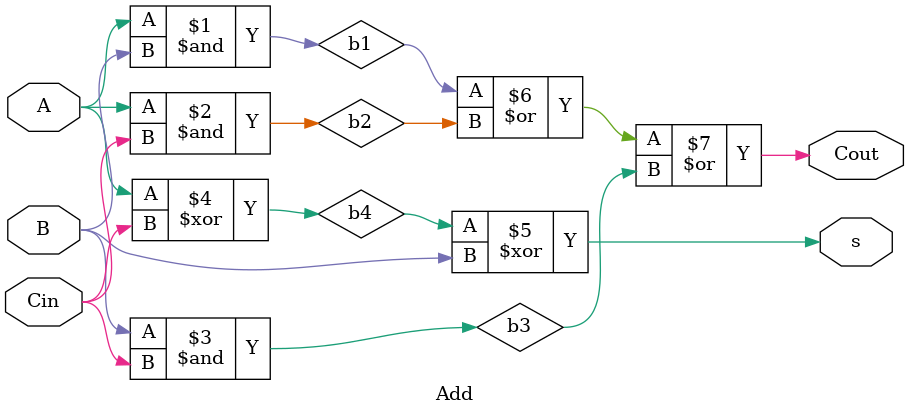
<source format=v>
module Add(A, B, Cin, Cout, s);

input A, B, Cin;
output Cout, s;

wire b1, b2, b3, b4;

and AND1 (b1, A, B);
and AND2 (b2, A, Cin);
and AND3 (b3, B, Cin);
xor XOR1 (b4, A, Cin);
xor XOR2 (s, b4, B);
or OR1 (Cout, b1, b2, b3); 

endmodule 
</source>
